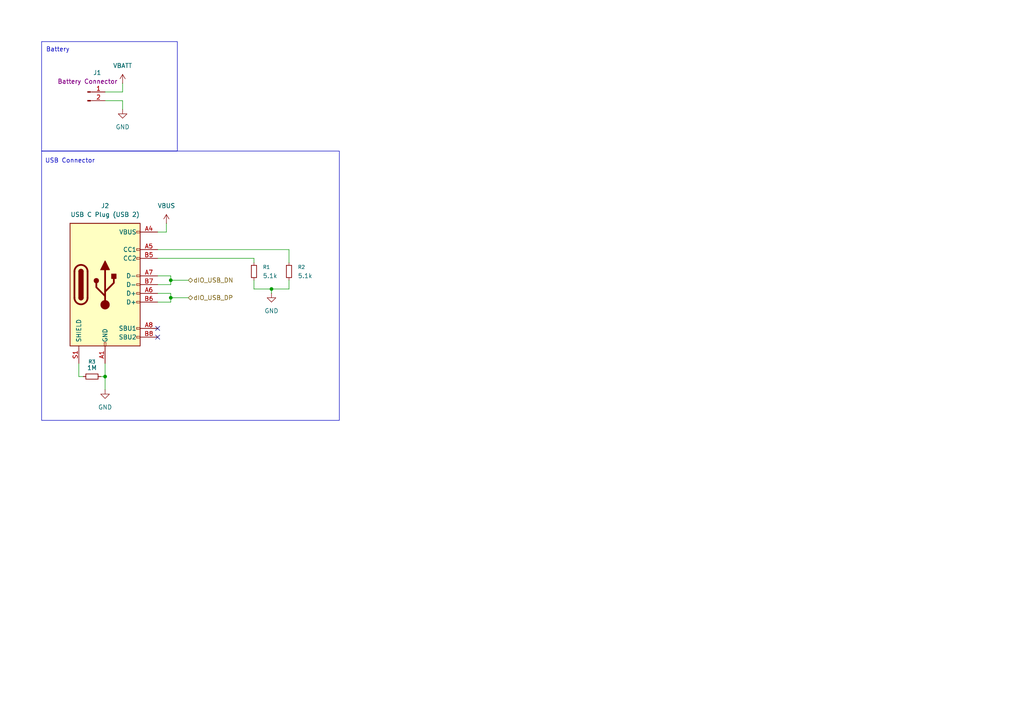
<source format=kicad_sch>
(kicad_sch (version 20250114) (generator "eeschema") (generator_version "9.0")
  (paper "A4")
  (lib_symbols
    (symbol "Connector:Conn_01x02_Pin" (pin_names (offset 1.016) (hide yes))
      (property "Reference" "J" (at 0 2.54 0))
      (property "Value" "Conn_01x02_Pin" (at 0 -5.08 0))
      (symbol "Conn_01x02_Pin_1_1"
        (rectangle (start 0.8636 0.127) (end 0 -0.127) (stroke (width 0.1524)) (fill (type outline)))
        (rectangle (start 0.8636 -2.413) (end 0 -2.667) (stroke (width 0.1524)) (fill (type outline)))
        (polyline (pts (xy 1.27 0) (xy 0.8636 0)) (stroke (width 0.1524)))
        (polyline (pts (xy 1.27 -2.54) (xy 0.8636 -2.54)) (stroke (width 0.1524)))
        (pin passive line (at 5.08 0 180) (length 3.81) (name "Pin_1") (number "1"))
        (pin passive line (at 5.08 -2.54 180) (length 3.81) (name "Pin_2") (number "2"))
      )
    )
    (symbol "Connector:USB_C_Receptacle_USB2.0_16P" (pin_names (offset 1.016))
      (property "Reference" "J" (at 0 22.225 0))
      (property "Value" "USB_C_Receptacle_USB2.0_16P" (at 0 19.685 0))
      (symbol "USB_C_Receptacle_USB2.0_16P_0_0"
        (rectangle (start -0.254 -17.78) (end 0.254 -16.764))
        (rectangle (start 10.16 15.494) (end 9.144 14.986))
        (rectangle (start 10.16 10.414) (end 9.144 9.906))
        (rectangle (start 10.16 7.874) (end 9.144 7.366))
        (rectangle (start 10.16 2.794) (end 9.144 2.286))
        (rectangle (start 10.16 0.254) (end 9.144 -0.254))
        (rectangle (start 10.16 -2.286) (end 9.144 -2.794))
        (rectangle (start 10.16 -4.826) (end 9.144 -5.334))
        (rectangle (start 10.16 -12.446) (end 9.144 -12.954))
        (rectangle (start 10.16 -14.986) (end 9.144 -15.494))
      )
      (symbol "USB_C_Receptacle_USB2.0_16P_0_1"
        (rectangle (start -10.16 17.78) (end 10.16 -17.78) (stroke (width 0.254)) (fill (type background)))
        (polyline (pts (xy -8.89 -3.81) (xy -8.89 3.81)) (stroke (width 0.508)))
        (rectangle (start -7.62 -3.81) (end -6.35 3.81) (stroke (width 0.254)) (fill (type outline)))
        (arc (start -7.62 3.81) (mid -6.985 4.4423) (end -6.35 3.81) (stroke (width 0.254)))
        (arc (start -7.62 3.81) (mid -6.985 4.4423) (end -6.35 3.81) (stroke (width 0.254)) (fill (type outline)))
        (arc (start -8.89 3.81) (mid -6.985 5.7067) (end -5.08 3.81) (stroke (width 0.508)))
        (arc (start -5.08 -3.81) (mid -6.985 -5.7067) (end -8.89 -3.81) (stroke (width 0.508)))
        (arc (start -6.35 -3.81) (mid -6.985 -4.4423) (end -7.62 -3.81) (stroke (width 0.254)))
        (arc (start -6.35 -3.81) (mid -6.985 -4.4423) (end -7.62 -3.81) (stroke (width 0.254)) (fill (type outline)))
        (polyline (pts (xy -5.08 3.81) (xy -5.08 -3.81)) (stroke (width 0.508)))
        (circle (center -2.54 1.143) (radius 0.635) (stroke (width 0.254)) (fill (type outline)))
        (polyline (pts (xy -1.27 4.318) (xy 0 6.858) (xy 1.27 4.318) (xy -1.27 4.318)) (stroke (width 0.254)) (fill (type outline)))
        (polyline (pts (xy 0 -2.032) (xy 2.54 0.508) (xy 2.54 1.778)) (stroke (width 0.508)))
        (polyline (pts (xy 0 -3.302) (xy -2.54 -0.762) (xy -2.54 0.508)) (stroke (width 0.508)))
        (polyline (pts (xy 0 -5.842) (xy 0 4.318)) (stroke (width 0.508)))
        (circle (center 0 -5.842) (radius 1.27) (fill (type outline)))
        (rectangle (start 1.905 1.778) (end 3.175 3.048) (stroke (width 0.254)) (fill (type outline)))
      )
      (symbol "USB_C_Receptacle_USB2.0_16P_1_1"
        (pin passive line (at -7.62 -22.86 90) (length 5.08) (name "SHIELD") (number "S1"))
        (pin passive line (at 0 -22.86 90) (length 5.08) (name "GND") (number "A1"))
        (pin passive line (at 0 -22.86 90) (length 5.08) (hide yes) (name "GND") (number "A12"))
        (pin passive line (at 0 -22.86 90) (length 5.08) (hide yes) (name "GND") (number "B1"))
        (pin passive line (at 0 -22.86 90) (length 5.08) (hide yes) (name "GND") (number "B12"))
        (pin passive line (at 15.24 15.24 180) (length 5.08) (name "VBUS") (number "A4"))
        (pin passive line (at 15.24 15.24 180) (length 5.08) (hide yes) (name "VBUS") (number "A9"))
        (pin passive line (at 15.24 15.24 180) (length 5.08) (hide yes) (name "VBUS") (number "B4"))
        (pin passive line (at 15.24 15.24 180) (length 5.08) (hide yes) (name "VBUS") (number "B9"))
        (pin bidirectional line (at 15.24 10.16 180) (length 5.08) (name "CC1") (number "A5"))
        (pin bidirectional line (at 15.24 7.62 180) (length 5.08) (name "CC2") (number "B5"))
        (pin bidirectional line (at 15.24 2.54 180) (length 5.08) (name "D-") (number "A7"))
        (pin bidirectional line (at 15.24 0 180) (length 5.08) (name "D-") (number "B7"))
        (pin bidirectional line (at 15.24 -2.54 180) (length 5.08) (name "D+") (number "A6"))
        (pin bidirectional line (at 15.24 -5.08 180) (length 5.08) (name "D+") (number "B6"))
        (pin bidirectional line (at 15.24 -12.7 180) (length 5.08) (name "SBU1") (number "A8"))
        (pin bidirectional line (at 15.24 -15.24 180) (length 5.08) (name "SBU2") (number "B8"))
      )
    )
    (symbol "Device:R_Small" (pin_numbers (hide yes)) (pin_names (offset 0.254) (hide yes))
      (property "Reference" "R" (at 0 0 90))
      (property "Value" "R_Small" (at 1.778 0 90))
      (symbol "R_Small_0_1"
        (rectangle (start -0.762 1.778) (end 0.762 -1.778) (stroke (width 0.2032)))
      )
      (symbol "R_Small_1_1"
        (pin passive line (at 0 2.54 270) (length 0.762) (name "~") (number "1"))
        (pin passive line (at 0 -2.54 90) (length 0.762) (name "~") (number "2"))
      )
    )
    (symbol "power:+BATT" (power) (pin_numbers (hide yes)) (pin_names (offset 0) (hide yes))
      (property "Value" "+BATT" (at 0 3.556 0))
      (symbol "+BATT_0_1"
        (polyline (pts (xy -0.762 1.27) (xy 0 2.54)))
        (polyline (pts (xy 0 2.54) (xy 0.762 1.27)))
        (polyline (pts (xy 0 0) (xy 0 2.54)))
      )
      (symbol "+BATT_1_1"
        (pin power_in line (at 0 0 90) (length 0) (name "~") (number "1"))
      )
    )
    (symbol "power:GND" (power) (pin_numbers (hide yes)) (pin_names (offset 0) (hide yes))
      (property "Value" "GND" (at 0 -3.81 0))
      (symbol "GND_0_1"
        (polyline (pts (xy 0 0) (xy 0 -1.27) (xy 1.27 -1.27) (xy 0 -2.54) (xy -1.27 -1.27) (xy 0 -1.27)))
      )
      (symbol "GND_1_1"
        (pin power_in line (at 0 0 270) (length 0) (name "~") (number "1"))
      )
    )
    (symbol "power:VBUS" (power) (pin_numbers (hide yes)) (pin_names (offset 0) (hide yes))
      (property "Value" "VBUS" (at 0 3.556 0))
      (symbol "VBUS_0_1"
        (polyline (pts (xy -0.762 1.27) (xy 0 2.54)))
        (polyline (pts (xy 0 2.54) (xy 0.762 1.27)))
        (polyline (pts (xy 0 0) (xy 0 2.54)))
      )
      (symbol "VBUS_1_1"
        (pin power_in line (at 0 0 90) (length 0) (name "~") (number "1"))
      )
    )
  )
  (rectangle (start 12.065 12.065) (end 51.435 43.815))
  (rectangle (start 12.065 43.815) (end 98.425 121.92))
  (text "Battery\n" (at 16.764 14.478 0) (effects (font (size 1.27 1.27))))
  (text "USB Connector\n" (at 20.32 46.736 0) (effects (font (size 1.27 1.27))))
  (junction (at 78.74 83.82))
  (junction (at 49.53 86.36))
  (junction (at 30.48 109.22))
  (junction (at 49.53 81.28))
  (no_connect (at 45.72 97.79))
  (no_connect (at 45.72 95.25))
  (wire (pts (xy 29.21 109.22) (xy 30.48 109.22)))
  (wire (pts (xy 30.48 109.22) (xy 30.48 113.03)))
  (wire (pts (xy 45.72 82.55) (xy 49.53 82.55)))
  (wire (pts (xy 49.53 85.09) (xy 49.53 86.36)))
  (wire (pts (xy 45.72 87.63) (xy 49.53 87.63)))
  (wire (pts (xy 83.82 81.28) (xy 83.82 83.82)))
  (wire (pts (xy 83.82 72.39) (xy 83.82 76.2)))
  (wire (pts (xy 35.56 31.75) (xy 35.56 29.21)))
  (wire (pts (xy 45.72 72.39) (xy 83.82 72.39)))
  (wire (pts (xy 45.72 80.01) (xy 49.53 80.01)))
  (wire (pts (xy 49.53 86.36) (xy 54.61 86.36)))
  (wire (pts (xy 22.86 109.22) (xy 22.86 105.41)))
  (wire (pts (xy 30.48 105.41) (xy 30.48 109.22)))
  (wire (pts (xy 45.72 67.31) (xy 48.26 67.31)))
  (wire (pts (xy 73.66 83.82) (xy 78.74 83.82)))
  (wire (pts (xy 73.66 76.2) (xy 73.66 74.93)))
  (wire (pts (xy 78.74 83.82) (xy 83.82 83.82)))
  (wire (pts (xy 73.66 81.28) (xy 73.66 83.82)))
  (wire (pts (xy 35.56 29.21) (xy 30.48 29.21)))
  (wire (pts (xy 49.53 82.55) (xy 49.53 81.28)))
  (wire (pts (xy 35.56 26.67) (xy 30.48 26.67)))
  (wire (pts (xy 73.66 74.93) (xy 45.72 74.93)))
  (wire (pts (xy 49.53 86.36) (xy 49.53 87.63)))
  (wire (pts (xy 78.74 85.09) (xy 78.74 83.82)))
  (wire (pts (xy 49.53 80.01) (xy 49.53 81.28)))
  (wire (pts (xy 24.13 109.22) (xy 22.86 109.22)))
  (wire (pts (xy 49.53 81.28) (xy 54.61 81.28)))
  (wire (pts (xy 45.72 85.09) (xy 49.53 85.09)))
  (wire (pts (xy 48.26 67.31) (xy 48.26 64.77)))
  (wire (pts (xy 35.56 24.13) (xy 35.56 26.67)))
  (hierarchical_label "dIO_USB_DP" (shape bidirectional) (at 54.61 86.36 0))
  (hierarchical_label "dIO_USB_DN" (shape bidirectional) (at 54.61 81.28 0))
  (symbol (lib_id "Connector:Conn_01x02_Pin") (at 25.4 26.67 0) (unit 1)
    (property "Reference" "J1" (at 28.194 21.082 0))
    (property "Value" "Conn_01x02_Pin" (effects (hide yes)))
    (property "Footprint" "CustomKicadFootprints:XT60_Right_Angle" (effects (hide yes)))
    (property "Description" "Generic connector, single row, 01x02, script generated" (effects (hide yes)))
    (property "Field5" "Battery Connector" (at 25.4 23.622 0))
  )
  (symbol (lib_id "Device:R_Small") (at 83.82 78.74 0) (unit 1)
    (property "Reference" "R2" (at 86.36 77.4699 0) (effects (font (size 1.016 1.016)) (justify left)))
    (property "Value" "5.1k" (at 86.36 80.0099 0) (effects (justify left)))
    (property "Footprint" "Resistor_SMD:R_0603_1608Metric_Pad0.98x0.95mm_HandSolder" (effects (hide yes)))
    (property "Description" "Resistor, small symbol" (effects (hide yes)))
  )
  (symbol (lib_id "Device:R_Small") (at 73.66 78.74 0) (unit 1)
    (property "Reference" "R1" (at 76.2 77.4699 0) (effects (font (size 1.016 1.016)) (justify left)))
    (property "Value" "5.1k" (at 76.2 80.0099 0) (effects (justify left)))
    (property "Footprint" "Resistor_SMD:R_0603_1608Metric_Pad0.98x0.95mm_HandSolder" (effects (hide yes)))
    (property "Description" "Resistor, small symbol" (effects (hide yes)))
  )
  (symbol (lib_id "power:+BATT") (at 35.56 24.13 0) (unit 1)
    (property "Reference" "#PWR01" (effects (hide yes)))
    (property "Value" "VBATT" (at 35.56 19.05 0))
    (property "Description" "Power symbol creates a global label with name \"+BATT\"" (effects (hide yes)))
  )
  (symbol (lib_id "power:GND") (at 30.48 113.03 0) (unit 1)
    (property "Reference" "#PWR05" (effects (hide yes)))
    (property "Value" "GND" (at 30.48 118.11 0))
    (property "Description" "Power symbol creates a global label with name \"GND\" , ground" (effects (hide yes)))
  )
  (symbol (lib_id "Connector:USB_C_Receptacle_USB2.0_16P") (at 30.48 82.55 0) (unit 1)
    (property "Reference" "J2" (at 30.48 59.69 0))
    (property "Value" "USB C Plug (USB 2)" (at 30.48 62.23 0))
    (property "Datasheet" "https://www.usb.org/sites/default/files/documents/usb_type-c.zip" (effects (hide yes)))
    (property "Description" "USB 2.0-only 16P Type-C Receptacle connector" (effects (hide yes)))
  )
  (symbol (lib_id "Device:R_Small") (at 26.67 109.22 90) (unit 1)
    (property "Reference" "R3" (at 26.67 104.902 90) (effects (font (size 1.016 1.016))))
    (property "Value" "1M" (at 26.67 106.68 90))
    (property "Footprint" "Resistor_SMD:R_0603_1608Metric_Pad0.98x0.95mm_HandSolder" (effects (hide yes)))
    (property "Description" "Resistor, small symbol" (effects (hide yes)))
  )
  (symbol (lib_id "power:GND") (at 35.56 31.75 0) (unit 1)
    (property "Reference" "#PWR02" (effects (hide yes)))
    (property "Value" "GND" (at 35.56 36.83 0))
    (property "Description" "Power symbol creates a global label with name \"GND\" , ground" (effects (hide yes)))
  )
  (symbol (lib_id "power:GND") (at 78.74 85.09 0) (unit 1)
    (property "Reference" "#PWR04" (effects (hide yes)))
    (property "Value" "GND" (at 78.74 90.17 0))
    (property "Description" "Power symbol creates a global label with name \"GND\" , ground" (effects (hide yes)))
  )
  (symbol (lib_id "power:VBUS") (at 48.26 64.77 0) (unit 1)
    (property "Reference" "#PWR03" (effects (hide yes)))
    (property "Value" "VBUS" (at 48.26 59.69 0))
    (property "Description" "Power symbol creates a global label with name \"VBUS\"" (effects (hide yes)))
  )
)
</source>
